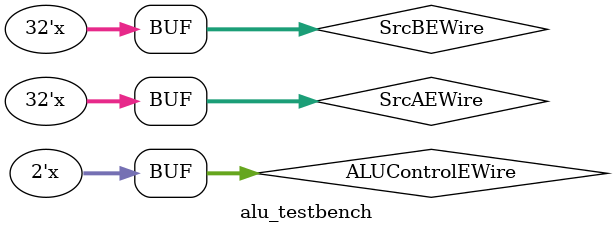
<source format=sv>

module alu(
				  input logic [31:0] SrcAE,  SrcBE,
				  input logic [1:0] ALUControlE,
				  output logic [3:0] ALUFlags, //Negative (LSB), Zero, Carry, oVerflow (MSB)
				  output logic [31:0] ALUResult
	);
	
	
	logic [32:0] temResult;
	logic x,y;
	
	always_comb
	begin
	 case(ALUControlE)
      2'b00: temResult = SrcAE + SrcBE;
		2'b01: temResult = SrcAE - SrcBE;
		2'b10: temResult = SrcAE & SrcBE;
		2'b11: temResult = SrcAE | SrcBE;
		default: temResult = 33'bx; //undefined
    endcase
	
	ALUResult = temResult[31:0];
	
	ALUFlags[0] = temResult[31];
	ALUFlags[2] = temResult[32];
	
	x = SrcAE[31] & SrcBE[31];
	y = SrcBE[31] & temResult[31];
	
	if(x)
	begin
		ALUFlags[3] = 0;
	end
	else
	begin
		if(!y)
			ALUFlags[3] = 0;
		else
			ALUFlags[3] = 1;
	end
	
	if(temResult == 0)
	begin
		ALUFlags[1] = 1;
	end
	else
	begin
		ALUFlags[1] = 0;
	end
	end
				
endmodule

module alu_testbench;

logic [31:0] SrcAEWire,  SrcBEWire;
logic [1:0] ALUControlEWire;
logic [3:0] ALUFlagsWire;
logic [31:0] ALUResultWire;


	alu Aluex(
				  .SrcAE(SrcAEWire),  
				  .SrcBE(SrcBEWire),
				  .ALUControlE(ALUControlEWire),
				  .ALUFlags(ALUFlagsWire), //Negative (LSB), Zero, Carry, oVerflow (MSB)
				  .ALUResult(ALUResultWire)
	);

initial begin
	ALUControlEWire <= 0; SrcAEWire <= -32; SrcBEWire <= 15; #10; 
	ALUControlEWire <= 1; SrcAEWire <= 1; SrcBEWire <= 1; #10; 
	ALUControlEWire <= 0; SrcAEWire <= 32'b11111111111111111111111111111111; SrcBEWire <= 1; #10; 
	ALUControlEWire <= 0; SrcAEWire <= 32'b11111111111111111111111111111111; SrcBEWire <= 32'b11111111111111111111111111111111; #10; 
	ALUControlEWire <= 2'bx; SrcAEWire <= 32'bx; SrcBEWire <= 32'bx; #10; 
end

endmodule
</source>
